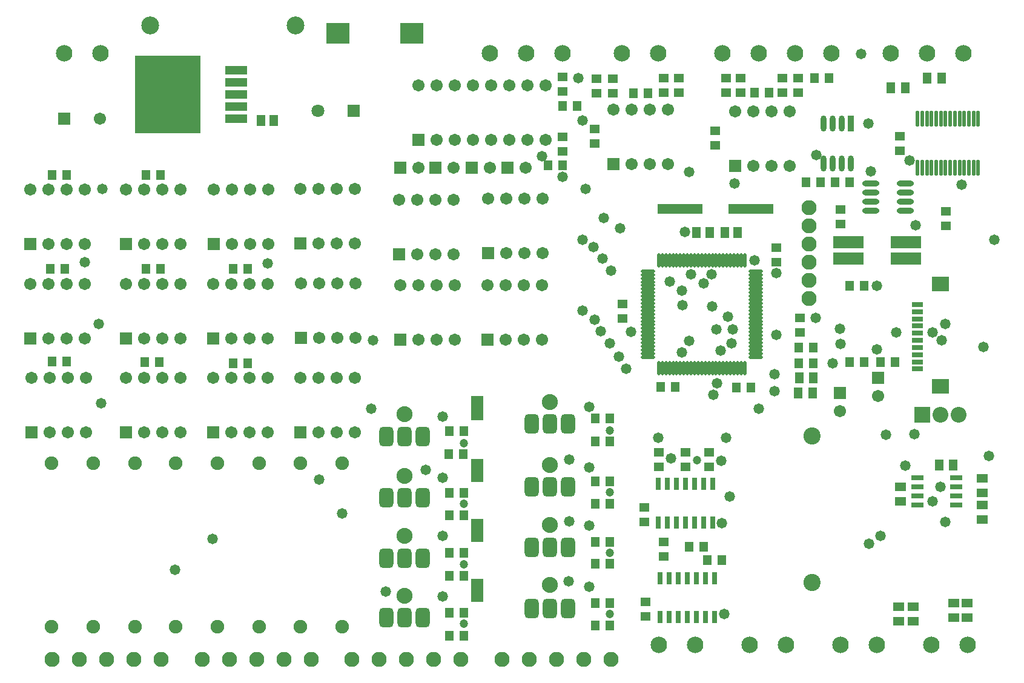
<source format=gts>
%FSLAX43Y43*%
%MOMM*%
G71*
G01*
G75*
G04 Layer_Color=8388736*
%ADD10R,2.950X1.050*%
%ADD11R,9.000X10.600*%
%ADD12R,3.000X2.800*%
%ADD13R,1.050X1.400*%
%ADD14R,0.950X1.400*%
%ADD15O,0.350X2.100*%
%ADD16R,1.016X1.270*%
%ADD17R,1.270X1.016*%
%ADD18R,1.400X0.950*%
%ADD19R,1.550X0.600*%
%ADD20O,1.800X0.300*%
%ADD21O,0.300X1.800*%
%ADD22R,6.096X1.200*%
%ADD23O,2.200X0.600*%
%ADD24R,0.600X1.550*%
%ADD25R,2.200X1.800*%
%ADD26R,1.300X0.600*%
%ADD27R,4.100X1.520*%
%ADD28R,0.610X2.032*%
%ADD29O,0.610X2.032*%
%ADD30C,0.300*%
%ADD31C,0.250*%
%ADD32C,0.500*%
%ADD33C,0.400*%
%ADD34C,0.254*%
%ADD35C,1.000*%
%ADD36C,2.000*%
%ADD37C,3.000*%
%ADD38C,0.800*%
%ADD39C,0.127*%
%ADD40C,1.900*%
%ADD41C,1.500*%
%ADD42C,1.500*%
%ADD43R,1.500X1.500*%
G04:AMPARAMS|DCode=44|XSize=1.778mm|YSize=2.54mm|CornerRadius=0.445mm|HoleSize=0mm|Usage=FLASHONLY|Rotation=180.000|XOffset=0mm|YOffset=0mm|HoleType=Round|Shape=RoundedRectangle|*
%AMROUNDEDRECTD44*
21,1,1.778,1.651,0,0,180.0*
21,1,0.889,2.540,0,0,180.0*
1,1,0.889,-0.445,0.826*
1,1,0.889,0.445,0.826*
1,1,0.889,0.445,-0.826*
1,1,0.889,-0.445,-0.826*
%
%ADD44ROUNDEDRECTD44*%
%ADD45C,2.300*%
%ADD46C,2.032*%
%ADD47R,1.524X1.524*%
%ADD48C,2.100*%
%ADD49R,1.500X1.500*%
%ADD50R,2.000X2.000*%
%ADD51C,2.000*%
%ADD52R,1.500X1.500*%
%ADD53C,2.200*%
%ADD54C,1.524*%
%ADD55C,1.600*%
%ADD56R,1.600X1.600*%
%ADD57C,1.700*%
%ADD58C,1.270*%
%ADD59C,1.000*%
%ADD60C,1.500*%
%ADD61C,0.200*%
%ADD62C,0.600*%
%ADD63C,0.178*%
%ADD64C,0.203*%
%ADD65C,0.152*%
%ADD66C,0.150*%
%ADD67R,0.965X2.134*%
%ADD68R,3.153X1.253*%
%ADD69R,9.203X10.803*%
%ADD70R,3.203X3.003*%
%ADD71R,1.253X1.603*%
%ADD72R,1.153X1.603*%
%ADD73O,0.553X2.303*%
%ADD74R,1.219X1.473*%
%ADD75R,1.473X1.219*%
%ADD76R,1.603X1.153*%
%ADD77R,1.753X0.803*%
%ADD78O,2.003X0.503*%
%ADD79O,0.503X2.003*%
%ADD80R,6.299X1.403*%
%ADD81O,2.403X0.803*%
%ADD82R,0.803X1.753*%
%ADD83R,2.403X2.003*%
%ADD84R,1.503X0.803*%
%ADD85R,4.303X1.723*%
%ADD86R,0.813X2.235*%
%ADD87O,0.813X2.235*%
%ADD88C,2.103*%
%ADD89C,1.703*%
%ADD90C,1.703*%
%ADD91R,1.703X1.703*%
G04:AMPARAMS|DCode=92|XSize=1.981mm|YSize=2.743mm|CornerRadius=0.546mm|HoleSize=0mm|Usage=FLASHONLY|Rotation=180.000|XOffset=0mm|YOffset=0mm|HoleType=Round|Shape=RoundedRectangle|*
%AMROUNDEDRECTD92*
21,1,1.981,1.651,0,0,180.0*
21,1,0.889,2.743,0,0,180.0*
1,1,1.092,-0.445,0.826*
1,1,1.092,0.445,0.826*
1,1,1.092,0.445,-0.826*
1,1,1.092,-0.445,-0.826*
%
%ADD92ROUNDEDRECTD92*%
%ADD93C,2.503*%
%ADD94C,2.235*%
%ADD95R,1.727X1.727*%
%ADD96C,2.303*%
%ADD97R,1.703X1.703*%
%ADD98R,2.203X2.203*%
%ADD99C,2.203*%
%ADD100R,1.703X1.703*%
%ADD101C,2.403*%
%ADD102C,1.803*%
%ADD103R,1.803X1.803*%
%ADD104C,1.903*%
%ADD105C,1.473*%
%ADD106C,1.203*%
D68*
X33685Y82231D02*
D03*
Y83931D02*
D03*
Y85631D02*
D03*
Y87331D02*
D03*
Y89031D02*
D03*
D69*
X24135Y85631D02*
D03*
D70*
X47889Y94140D02*
D03*
X58189D02*
D03*
D71*
X38953Y81948D02*
D03*
X37153D02*
D03*
X103770Y66294D02*
D03*
X101970D02*
D03*
X98033D02*
D03*
X99833D02*
D03*
D72*
X127191Y86520D02*
D03*
X125191D02*
D03*
X132271Y87917D02*
D03*
X130271D02*
D03*
X114364Y46007D02*
D03*
X112364D02*
D03*
X114237Y43848D02*
D03*
X112237D02*
D03*
X133922Y33815D02*
D03*
X131922D02*
D03*
D73*
X128951Y75323D02*
D03*
X129601D02*
D03*
X130251D02*
D03*
X130901D02*
D03*
X131551D02*
D03*
X132201D02*
D03*
X132851D02*
D03*
X133501D02*
D03*
X134151D02*
D03*
X134801D02*
D03*
X135451D02*
D03*
X136101D02*
D03*
X136751D02*
D03*
X137401D02*
D03*
X128951Y82223D02*
D03*
X129601D02*
D03*
X130251D02*
D03*
X130901D02*
D03*
X131551D02*
D03*
X132201D02*
D03*
X132851D02*
D03*
X133501D02*
D03*
X134151D02*
D03*
X134801D02*
D03*
X135451D02*
D03*
X136101D02*
D03*
X136751D02*
D03*
X137401D02*
D03*
D74*
X114380Y48039D02*
D03*
X112348D02*
D03*
X114380Y50198D02*
D03*
X112348D02*
D03*
X121492Y58834D02*
D03*
X119460D02*
D03*
X89234Y85758D02*
D03*
X91266D02*
D03*
X106125Y85885D02*
D03*
X108157D02*
D03*
X81360Y83980D02*
D03*
X79328D02*
D03*
X77296Y75725D02*
D03*
X79328D02*
D03*
X9732Y61247D02*
D03*
X7700D02*
D03*
X9986Y48293D02*
D03*
X7954D02*
D03*
X9986Y74328D02*
D03*
X7954D02*
D03*
X22940Y48166D02*
D03*
X20908D02*
D03*
X23067Y61247D02*
D03*
X21035D02*
D03*
X23067Y74328D02*
D03*
X21035D02*
D03*
X35259Y61247D02*
D03*
X33227D02*
D03*
X35259Y48039D02*
D03*
X33227D02*
D03*
X65485Y18321D02*
D03*
X63453D02*
D03*
X65485Y21496D02*
D03*
X63453D02*
D03*
X65485Y9939D02*
D03*
X63453D02*
D03*
X65485Y13114D02*
D03*
X63453D02*
D03*
X65405Y35306D02*
D03*
X63373D02*
D03*
X65485Y38514D02*
D03*
X63453D02*
D03*
X65532Y26797D02*
D03*
X63500D02*
D03*
X65485Y29878D02*
D03*
X63453D02*
D03*
X85932Y37117D02*
D03*
X83900D02*
D03*
X85932Y19972D02*
D03*
X83900D02*
D03*
X96981Y22385D02*
D03*
X99013D02*
D03*
X85932Y40292D02*
D03*
X83900D02*
D03*
X85932Y23020D02*
D03*
X83900D02*
D03*
X85932Y28354D02*
D03*
X83900D02*
D03*
X85932Y11336D02*
D03*
X83900D02*
D03*
X99521Y20480D02*
D03*
X101553D02*
D03*
X85932Y31529D02*
D03*
X83900D02*
D03*
X85932Y14511D02*
D03*
X83900D02*
D03*
X105617Y44610D02*
D03*
X103585D02*
D03*
X125810Y48166D02*
D03*
X123778D02*
D03*
X119460D02*
D03*
X121492D02*
D03*
X93044Y44737D02*
D03*
X95076D02*
D03*
X119460Y73312D02*
D03*
X117428D02*
D03*
X113364D02*
D03*
X115396D02*
D03*
X114507Y87917D02*
D03*
X116539D02*
D03*
D75*
X126445Y77757D02*
D03*
Y79789D02*
D03*
X84027Y87790D02*
D03*
Y85758D02*
D03*
X86313Y87790D02*
D03*
Y85758D02*
D03*
X93425Y87917D02*
D03*
Y85885D02*
D03*
X95584D02*
D03*
Y87917D02*
D03*
X83773Y80805D02*
D03*
Y78773D02*
D03*
X102188Y87917D02*
D03*
Y85885D02*
D03*
X112221D02*
D03*
Y87917D02*
D03*
X110062D02*
D03*
Y85885D02*
D03*
X104220Y87917D02*
D03*
Y85885D02*
D03*
X100664Y80551D02*
D03*
Y78519D02*
D03*
X79328Y88044D02*
D03*
Y86012D02*
D03*
Y79662D02*
D03*
Y77630D02*
D03*
X96473Y33561D02*
D03*
Y35593D02*
D03*
X99775Y33561D02*
D03*
Y35593D02*
D03*
X92790Y33561D02*
D03*
Y35593D02*
D03*
X90758Y25814D02*
D03*
Y27846D02*
D03*
X90885Y12606D02*
D03*
Y14638D02*
D03*
X93425Y20988D02*
D03*
Y23020D02*
D03*
X132922Y69248D02*
D03*
Y67216D02*
D03*
X118190Y67470D02*
D03*
Y69502D02*
D03*
X109173Y62136D02*
D03*
Y64168D02*
D03*
X112475Y52357D02*
D03*
Y54389D02*
D03*
X87710Y56294D02*
D03*
Y54262D02*
D03*
D76*
X126318Y11987D02*
D03*
Y13987D02*
D03*
X128350D02*
D03*
Y11987D02*
D03*
X135890Y12478D02*
D03*
Y14478D02*
D03*
X133985Y14462D02*
D03*
Y12462D02*
D03*
X138002Y28211D02*
D03*
Y26211D02*
D03*
Y31894D02*
D03*
Y29894D02*
D03*
X126572Y30751D02*
D03*
Y28751D02*
D03*
D77*
X128952Y32037D02*
D03*
Y30767D02*
D03*
Y29497D02*
D03*
Y28227D02*
D03*
X134352Y32037D02*
D03*
Y30767D02*
D03*
Y29497D02*
D03*
Y28227D02*
D03*
D78*
X106309Y48897D02*
D03*
Y49397D02*
D03*
Y49897D02*
D03*
Y50397D02*
D03*
Y50897D02*
D03*
Y51397D02*
D03*
Y51897D02*
D03*
Y52397D02*
D03*
Y52897D02*
D03*
Y53397D02*
D03*
Y53897D02*
D03*
Y54397D02*
D03*
Y54897D02*
D03*
Y55397D02*
D03*
Y55897D02*
D03*
Y56397D02*
D03*
Y56897D02*
D03*
Y57397D02*
D03*
Y57897D02*
D03*
Y58397D02*
D03*
Y58897D02*
D03*
Y59397D02*
D03*
Y59897D02*
D03*
Y60397D02*
D03*
Y60897D02*
D03*
X91209D02*
D03*
Y60397D02*
D03*
Y59897D02*
D03*
Y59397D02*
D03*
Y58897D02*
D03*
Y58397D02*
D03*
Y57897D02*
D03*
Y57397D02*
D03*
Y56897D02*
D03*
Y56397D02*
D03*
Y55897D02*
D03*
Y55397D02*
D03*
Y54897D02*
D03*
Y54397D02*
D03*
Y53897D02*
D03*
Y53397D02*
D03*
Y52897D02*
D03*
Y52397D02*
D03*
Y51897D02*
D03*
Y51397D02*
D03*
Y50897D02*
D03*
Y50397D02*
D03*
Y49897D02*
D03*
Y49397D02*
D03*
Y48897D02*
D03*
D79*
X104759Y62447D02*
D03*
X104259D02*
D03*
X103759D02*
D03*
X103259D02*
D03*
X102759D02*
D03*
X102259D02*
D03*
X101759D02*
D03*
X101259D02*
D03*
X100759D02*
D03*
X100259D02*
D03*
X99759D02*
D03*
X99259D02*
D03*
X98759D02*
D03*
X98259D02*
D03*
X97759D02*
D03*
X97259D02*
D03*
X96759D02*
D03*
X96259D02*
D03*
X95759D02*
D03*
X95259D02*
D03*
X94759D02*
D03*
X94259D02*
D03*
X93759D02*
D03*
X93259D02*
D03*
X92759D02*
D03*
Y47347D02*
D03*
X93259D02*
D03*
X93759D02*
D03*
X94259D02*
D03*
X94759D02*
D03*
X95259D02*
D03*
X95759D02*
D03*
X96259D02*
D03*
X96759D02*
D03*
X97259D02*
D03*
X97759D02*
D03*
X98259D02*
D03*
X98759D02*
D03*
X99259D02*
D03*
X99759D02*
D03*
X100259D02*
D03*
X100759D02*
D03*
X101259D02*
D03*
X101759D02*
D03*
X102259D02*
D03*
X102759D02*
D03*
X103259D02*
D03*
X103759D02*
D03*
X104259D02*
D03*
X104759D02*
D03*
D80*
X95711Y69629D02*
D03*
X105617D02*
D03*
D81*
X127194Y69375D02*
D03*
Y70645D02*
D03*
Y71915D02*
D03*
Y73185D02*
D03*
X122394Y69375D02*
D03*
Y70645D02*
D03*
Y71915D02*
D03*
Y73185D02*
D03*
D82*
X92917Y12573D02*
D03*
X94187D02*
D03*
X95457D02*
D03*
X96727D02*
D03*
X97997D02*
D03*
X99267D02*
D03*
X100537D02*
D03*
X92917Y17973D02*
D03*
X94187D02*
D03*
X95457D02*
D03*
X96727D02*
D03*
X97997D02*
D03*
X99267D02*
D03*
X100537D02*
D03*
X92663Y25781D02*
D03*
X93933D02*
D03*
X95203D02*
D03*
X96473D02*
D03*
X97743D02*
D03*
X99013D02*
D03*
X100283D02*
D03*
X92663Y31181D02*
D03*
X93933D02*
D03*
X95203D02*
D03*
X96473D02*
D03*
X97743D02*
D03*
X99013D02*
D03*
X100283D02*
D03*
D83*
X132134Y44826D02*
D03*
Y59126D02*
D03*
D84*
X128884Y47226D02*
D03*
Y48226D02*
D03*
Y49226D02*
D03*
Y50226D02*
D03*
Y51226D02*
D03*
Y52226D02*
D03*
Y53226D02*
D03*
Y54226D02*
D03*
Y55226D02*
D03*
Y56226D02*
D03*
D85*
X119270Y62627D02*
D03*
Y64947D02*
D03*
X127270D02*
D03*
Y62627D02*
D03*
D86*
X119587Y81567D02*
D03*
D87*
X117047Y75979D02*
D03*
Y81567D02*
D03*
X118317D02*
D03*
X119587Y75979D02*
D03*
X118317D02*
D03*
X115777Y81567D02*
D03*
Y75979D02*
D03*
D88*
X23194Y6637D02*
D03*
X19384D02*
D03*
X15574D02*
D03*
X11764D02*
D03*
X7954D02*
D03*
X44149D02*
D03*
X40339D02*
D03*
X36529D02*
D03*
X32719D02*
D03*
X28909D02*
D03*
X65104D02*
D03*
X61294D02*
D03*
X57484D02*
D03*
X53674D02*
D03*
X49864D02*
D03*
X86059D02*
D03*
X82249D02*
D03*
X78439D02*
D03*
X74629D02*
D03*
X70819D02*
D03*
X113745Y69756D02*
D03*
Y67216D02*
D03*
Y64676D02*
D03*
Y62136D02*
D03*
Y59596D02*
D03*
Y57056D02*
D03*
D89*
X50372Y59215D02*
D03*
X50245Y72423D02*
D03*
Y46007D02*
D03*
X38180Y72296D02*
D03*
X118063Y41308D02*
D03*
X123397Y43467D02*
D03*
X69168Y75344D02*
D03*
X64088D02*
D03*
X74121D02*
D03*
X59135D02*
D03*
X94060Y83472D02*
D03*
X91520D02*
D03*
X88980D02*
D03*
X86440D02*
D03*
X94060Y75852D02*
D03*
X91520D02*
D03*
X88980D02*
D03*
X61675Y79281D02*
D03*
X64215D02*
D03*
X66755D02*
D03*
X69295D02*
D03*
X71835D02*
D03*
X74375D02*
D03*
X76915D02*
D03*
X59135Y86901D02*
D03*
X61675D02*
D03*
X64215D02*
D03*
X66755D02*
D03*
X69295D02*
D03*
X71835D02*
D03*
X74375D02*
D03*
X76915D02*
D03*
X111078Y83218D02*
D03*
X108538D02*
D03*
X105998D02*
D03*
X103458D02*
D03*
X111078Y75598D02*
D03*
X108538D02*
D03*
X105998D02*
D03*
X14645Y82202D02*
D03*
X64088Y70899D02*
D03*
X76534Y71026D02*
D03*
X76407Y58961D02*
D03*
X64215D02*
D03*
X12526Y72296D02*
D03*
X25861D02*
D03*
X12526Y59088D02*
D03*
X25861D02*
D03*
X38053D02*
D03*
Y46007D02*
D03*
X12653D02*
D03*
X25861D02*
D03*
D90*
X47832Y59215D02*
D03*
X45292D02*
D03*
X42752D02*
D03*
X50372Y51595D02*
D03*
X47832D02*
D03*
X45292D02*
D03*
X47705Y72423D02*
D03*
X45165D02*
D03*
X42625D02*
D03*
X50245Y64803D02*
D03*
X47705D02*
D03*
X45165D02*
D03*
X47705Y46007D02*
D03*
X45165D02*
D03*
X42625D02*
D03*
X50245Y38387D02*
D03*
X47705D02*
D03*
X45165D02*
D03*
X35640Y72296D02*
D03*
X33100D02*
D03*
X30560D02*
D03*
X38180Y64676D02*
D03*
X35640D02*
D03*
X33100D02*
D03*
X61548Y70899D02*
D03*
X59008D02*
D03*
X56468D02*
D03*
X64088Y63279D02*
D03*
X61548D02*
D03*
X59008D02*
D03*
X73994Y71026D02*
D03*
X71454D02*
D03*
X68914D02*
D03*
X76534Y63406D02*
D03*
X73994D02*
D03*
X71454D02*
D03*
X73867Y58961D02*
D03*
X71327D02*
D03*
X68787D02*
D03*
X76407Y51341D02*
D03*
X73867D02*
D03*
X71327D02*
D03*
X61675Y58961D02*
D03*
X59135D02*
D03*
X56595D02*
D03*
X64215Y51341D02*
D03*
X61675D02*
D03*
X59135D02*
D03*
X9986Y72296D02*
D03*
X7446D02*
D03*
X4906D02*
D03*
X12526Y64676D02*
D03*
X9986D02*
D03*
X7446D02*
D03*
X23321Y72296D02*
D03*
X20781D02*
D03*
X18241D02*
D03*
X25861Y64676D02*
D03*
X23321D02*
D03*
X20781D02*
D03*
X9986Y59088D02*
D03*
X7446D02*
D03*
X4906D02*
D03*
X12526Y51468D02*
D03*
X9986D02*
D03*
X7446D02*
D03*
X23321Y59088D02*
D03*
X20781D02*
D03*
X18241D02*
D03*
X25861Y51468D02*
D03*
X23321D02*
D03*
X20781D02*
D03*
X35513Y59088D02*
D03*
X32973D02*
D03*
X30433D02*
D03*
X38053Y51468D02*
D03*
X35513D02*
D03*
X32973D02*
D03*
X35513Y46007D02*
D03*
X32973D02*
D03*
X30433D02*
D03*
X38053Y38387D02*
D03*
X35513D02*
D03*
X32973D02*
D03*
X10113Y46007D02*
D03*
X7573D02*
D03*
X5033D02*
D03*
X12653Y38387D02*
D03*
X10113D02*
D03*
X7573D02*
D03*
X23321Y46007D02*
D03*
X20781D02*
D03*
X18241D02*
D03*
X25861Y38387D02*
D03*
X23321D02*
D03*
X20781D02*
D03*
D91*
X42752Y51595D02*
D03*
X42625Y64803D02*
D03*
Y38387D02*
D03*
X30560Y64676D02*
D03*
X56468Y63279D02*
D03*
X68914Y63406D02*
D03*
X68787Y51341D02*
D03*
X56595D02*
D03*
X4906Y64676D02*
D03*
X18241D02*
D03*
X4906Y51468D02*
D03*
X18241D02*
D03*
X30433D02*
D03*
Y38387D02*
D03*
X5033D02*
D03*
X18241D02*
D03*
D92*
X59770Y12479D02*
D03*
X54690D02*
D03*
X57230D02*
D03*
X59770Y20734D02*
D03*
X54690D02*
D03*
X57230D02*
D03*
X59770Y29243D02*
D03*
X54690D02*
D03*
X57230D02*
D03*
X59770Y37752D02*
D03*
X54690D02*
D03*
X57230D02*
D03*
X80090Y13749D02*
D03*
X75010D02*
D03*
X77550D02*
D03*
X80090Y22258D02*
D03*
X75010D02*
D03*
X77550D02*
D03*
X80090Y30767D02*
D03*
X75010D02*
D03*
X77550D02*
D03*
X80090Y39530D02*
D03*
X75010D02*
D03*
X77550D02*
D03*
D93*
X41990Y95283D02*
D03*
X21670D02*
D03*
D94*
X57230Y23909D02*
D03*
Y40927D02*
D03*
X77550Y17051D02*
D03*
Y25433D02*
D03*
Y33815D02*
D03*
Y42578D02*
D03*
X57230Y15527D02*
D03*
Y32291D02*
D03*
D95*
X67390Y23909D02*
D03*
Y40927D02*
D03*
Y17051D02*
D03*
Y25433D02*
D03*
Y33815D02*
D03*
Y42578D02*
D03*
Y15527D02*
D03*
Y32291D02*
D03*
D96*
X97870Y8669D02*
D03*
X92790D02*
D03*
X110570D02*
D03*
X105490D02*
D03*
X9605Y91346D02*
D03*
X14685D02*
D03*
X74248D02*
D03*
X79328D02*
D03*
X69168D02*
D03*
X87583D02*
D03*
X92663D02*
D03*
X101680D02*
D03*
X106760D02*
D03*
X116920D02*
D03*
X111840D02*
D03*
X130255D02*
D03*
X135335D02*
D03*
X125175D02*
D03*
X123270Y8669D02*
D03*
X118190D02*
D03*
X135970D02*
D03*
X130890D02*
D03*
D97*
X118063Y43848D02*
D03*
X123397Y46007D02*
D03*
X86440Y75852D02*
D03*
X59135Y79281D02*
D03*
X103458Y75598D02*
D03*
D98*
X129620Y40800D02*
D03*
D99*
X132160D02*
D03*
X134700D02*
D03*
D100*
X66628Y75344D02*
D03*
X61548D02*
D03*
X71581D02*
D03*
X56595D02*
D03*
X9645Y82202D02*
D03*
D101*
X114222Y37885D02*
D03*
Y17385D02*
D03*
D102*
X45078Y83345D02*
D03*
D103*
X50078D02*
D03*
D104*
X7827Y34069D02*
D03*
Y11209D02*
D03*
X13669Y34069D02*
D03*
Y11209D02*
D03*
X19511Y34069D02*
D03*
Y11209D02*
D03*
X25226Y34069D02*
D03*
Y11209D02*
D03*
X31068Y34069D02*
D03*
Y11209D02*
D03*
X36910Y34069D02*
D03*
Y11209D02*
D03*
X42625Y34069D02*
D03*
Y11209D02*
D03*
X48467Y34069D02*
D03*
Y11209D02*
D03*
D105*
X100375Y43625D02*
D03*
X100203Y56007D02*
D03*
X97028Y51181D02*
D03*
X92710Y37592D02*
D03*
X62564Y15400D02*
D03*
Y23909D02*
D03*
Y32037D02*
D03*
Y40546D02*
D03*
X83011Y41943D02*
D03*
Y33434D02*
D03*
Y25306D02*
D03*
Y16797D02*
D03*
X52785Y51214D02*
D03*
X82122Y65311D02*
D03*
X83646Y64295D02*
D03*
X84916Y62644D02*
D03*
X86059Y60993D02*
D03*
X88218Y47277D02*
D03*
X87202Y48928D02*
D03*
X103331Y73185D02*
D03*
X102442Y54516D02*
D03*
X85932Y50833D02*
D03*
X84603Y52484D02*
D03*
X83773Y54135D02*
D03*
X82122Y55405D02*
D03*
X94314Y59469D02*
D03*
X95965Y58199D02*
D03*
X101934Y12987D02*
D03*
X101553Y25687D02*
D03*
X96092Y56167D02*
D03*
X132287Y51214D02*
D03*
X131017Y52357D02*
D03*
X81487Y87917D02*
D03*
X76407Y76995D02*
D03*
X79328Y74074D02*
D03*
X97235Y60485D02*
D03*
X100156D02*
D03*
X99013Y59215D02*
D03*
X94441Y34704D02*
D03*
X102696Y29370D02*
D03*
X45292Y31783D02*
D03*
X102188Y37625D02*
D03*
X52531Y41689D02*
D03*
X108919Y46515D02*
D03*
Y44102D02*
D03*
X85043Y68359D02*
D03*
X132795Y53500D02*
D03*
X114761Y77122D02*
D03*
X122381Y74836D02*
D03*
X131017Y28735D02*
D03*
X124540Y38006D02*
D03*
X127207Y33688D02*
D03*
X128510Y38133D02*
D03*
X132160Y30767D02*
D03*
X132795Y25814D02*
D03*
X138891Y35085D02*
D03*
X106125Y62390D02*
D03*
X123270Y49944D02*
D03*
X138129Y50325D02*
D03*
X117047Y48039D02*
D03*
X118190Y50706D02*
D03*
X139653Y65311D02*
D03*
X127842Y76360D02*
D03*
X123270Y58834D02*
D03*
X106760Y41689D02*
D03*
X122127Y22766D02*
D03*
X123778Y23909D02*
D03*
X100918Y45245D02*
D03*
X109173Y60612D02*
D03*
Y51976D02*
D03*
X118063Y52865D02*
D03*
X125937Y52357D02*
D03*
X82503Y72423D02*
D03*
X82122Y81948D02*
D03*
X38053Y62009D02*
D03*
X14431Y53500D02*
D03*
X12526Y62136D02*
D03*
X14812Y42451D02*
D03*
X100791Y52738D02*
D03*
X101426Y49817D02*
D03*
X102950Y50833D02*
D03*
X103077Y52738D02*
D03*
X14986Y72390D02*
D03*
X114681Y54356D02*
D03*
X88900Y52451D02*
D03*
X30353Y23495D02*
D03*
X25146Y19177D02*
D03*
X97028Y74803D02*
D03*
X122047Y81534D02*
D03*
X121031Y91313D02*
D03*
X128651Y67310D02*
D03*
X135128Y73025D02*
D03*
X54610Y16129D02*
D03*
X80137Y17526D02*
D03*
X80264Y25908D02*
D03*
Y34544D02*
D03*
X48514Y27051D02*
D03*
X60198Y33147D02*
D03*
X87376Y66929D02*
D03*
X96393Y66421D02*
D03*
X96012Y49530D02*
D03*
X101473Y34417D02*
D03*
D106*
X65485Y36863D02*
D03*
Y28354D02*
D03*
Y19909D02*
D03*
Y11590D02*
D03*
X85932Y12924D02*
D03*
Y21496D02*
D03*
Y30005D02*
D03*
X85924Y38641D02*
D03*
X98124Y34450D02*
D03*
M02*

</source>
